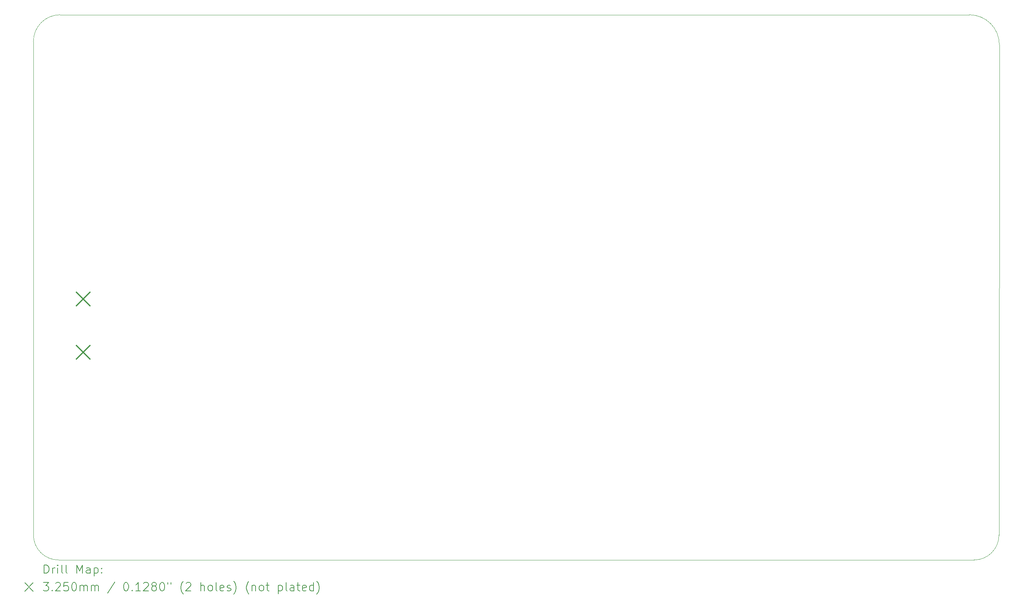
<source format=gbr>
%TF.GenerationSoftware,KiCad,Pcbnew,7.0.8*%
%TF.CreationDate,2023-11-09T10:37:01-05:00*%
%TF.ProjectId,mecc-pcb-kicad,6d656363-2d70-4636-922d-6b696361642e,v1*%
%TF.SameCoordinates,Original*%
%TF.FileFunction,Drillmap*%
%TF.FilePolarity,Positive*%
%FSLAX45Y45*%
G04 Gerber Fmt 4.5, Leading zero omitted, Abs format (unit mm)*
G04 Created by KiCad (PCBNEW 7.0.8) date 2023-11-09 10:37:01*
%MOMM*%
%LPD*%
G01*
G04 APERTURE LIST*
%ADD10C,0.100000*%
%ADD11C,0.200000*%
%ADD12C,0.325000*%
G04 APERTURE END LIST*
D10*
X29294864Y-8000000D02*
X7635000Y-8000000D01*
X29407113Y-20999997D02*
G75*
G03*
X29999996Y-20407112I-4J592887D01*
G01*
X29407113Y-21000000D02*
X7600000Y-21000000D01*
X7635000Y-8000000D02*
G75*
G03*
X7000000Y-8635000I0J-635000D01*
G01*
X7000000Y-20400000D02*
X7000000Y-8635000D01*
X7000000Y-20400000D02*
G75*
G03*
X7600000Y-21000000I600000J0D01*
G01*
X30009240Y-8714375D02*
G75*
G03*
X29294864Y-8000000I-714380J-5D01*
G01*
X30009239Y-8714375D02*
X29999996Y-20407112D01*
D11*
D12*
X8023500Y-14616500D02*
X8348500Y-14941500D01*
X8348500Y-14616500D02*
X8023500Y-14941500D01*
X8023500Y-15886500D02*
X8348500Y-16211500D01*
X8348500Y-15886500D02*
X8023500Y-16211500D01*
D11*
X7255777Y-21316484D02*
X7255777Y-21116484D01*
X7255777Y-21116484D02*
X7303396Y-21116484D01*
X7303396Y-21116484D02*
X7331967Y-21126008D01*
X7331967Y-21126008D02*
X7351015Y-21145055D01*
X7351015Y-21145055D02*
X7360539Y-21164103D01*
X7360539Y-21164103D02*
X7370062Y-21202198D01*
X7370062Y-21202198D02*
X7370062Y-21230770D01*
X7370062Y-21230770D02*
X7360539Y-21268865D01*
X7360539Y-21268865D02*
X7351015Y-21287912D01*
X7351015Y-21287912D02*
X7331967Y-21306960D01*
X7331967Y-21306960D02*
X7303396Y-21316484D01*
X7303396Y-21316484D02*
X7255777Y-21316484D01*
X7455777Y-21316484D02*
X7455777Y-21183150D01*
X7455777Y-21221246D02*
X7465301Y-21202198D01*
X7465301Y-21202198D02*
X7474824Y-21192674D01*
X7474824Y-21192674D02*
X7493872Y-21183150D01*
X7493872Y-21183150D02*
X7512920Y-21183150D01*
X7579586Y-21316484D02*
X7579586Y-21183150D01*
X7579586Y-21116484D02*
X7570062Y-21126008D01*
X7570062Y-21126008D02*
X7579586Y-21135531D01*
X7579586Y-21135531D02*
X7589110Y-21126008D01*
X7589110Y-21126008D02*
X7579586Y-21116484D01*
X7579586Y-21116484D02*
X7579586Y-21135531D01*
X7703396Y-21316484D02*
X7684348Y-21306960D01*
X7684348Y-21306960D02*
X7674824Y-21287912D01*
X7674824Y-21287912D02*
X7674824Y-21116484D01*
X7808158Y-21316484D02*
X7789110Y-21306960D01*
X7789110Y-21306960D02*
X7779586Y-21287912D01*
X7779586Y-21287912D02*
X7779586Y-21116484D01*
X8036729Y-21316484D02*
X8036729Y-21116484D01*
X8036729Y-21116484D02*
X8103396Y-21259341D01*
X8103396Y-21259341D02*
X8170062Y-21116484D01*
X8170062Y-21116484D02*
X8170062Y-21316484D01*
X8351015Y-21316484D02*
X8351015Y-21211722D01*
X8351015Y-21211722D02*
X8341491Y-21192674D01*
X8341491Y-21192674D02*
X8322443Y-21183150D01*
X8322443Y-21183150D02*
X8284348Y-21183150D01*
X8284348Y-21183150D02*
X8265301Y-21192674D01*
X8351015Y-21306960D02*
X8331967Y-21316484D01*
X8331967Y-21316484D02*
X8284348Y-21316484D01*
X8284348Y-21316484D02*
X8265301Y-21306960D01*
X8265301Y-21306960D02*
X8255777Y-21287912D01*
X8255777Y-21287912D02*
X8255777Y-21268865D01*
X8255777Y-21268865D02*
X8265301Y-21249817D01*
X8265301Y-21249817D02*
X8284348Y-21240293D01*
X8284348Y-21240293D02*
X8331967Y-21240293D01*
X8331967Y-21240293D02*
X8351015Y-21230770D01*
X8446253Y-21183150D02*
X8446253Y-21383150D01*
X8446253Y-21192674D02*
X8465301Y-21183150D01*
X8465301Y-21183150D02*
X8503396Y-21183150D01*
X8503396Y-21183150D02*
X8522444Y-21192674D01*
X8522444Y-21192674D02*
X8531967Y-21202198D01*
X8531967Y-21202198D02*
X8541491Y-21221246D01*
X8541491Y-21221246D02*
X8541491Y-21278389D01*
X8541491Y-21278389D02*
X8531967Y-21297436D01*
X8531967Y-21297436D02*
X8522444Y-21306960D01*
X8522444Y-21306960D02*
X8503396Y-21316484D01*
X8503396Y-21316484D02*
X8465301Y-21316484D01*
X8465301Y-21316484D02*
X8446253Y-21306960D01*
X8627205Y-21297436D02*
X8636729Y-21306960D01*
X8636729Y-21306960D02*
X8627205Y-21316484D01*
X8627205Y-21316484D02*
X8617682Y-21306960D01*
X8617682Y-21306960D02*
X8627205Y-21297436D01*
X8627205Y-21297436D02*
X8627205Y-21316484D01*
X8627205Y-21192674D02*
X8636729Y-21202198D01*
X8636729Y-21202198D02*
X8627205Y-21211722D01*
X8627205Y-21211722D02*
X8617682Y-21202198D01*
X8617682Y-21202198D02*
X8627205Y-21192674D01*
X8627205Y-21192674D02*
X8627205Y-21211722D01*
X6795000Y-21545000D02*
X6995000Y-21745000D01*
X6995000Y-21545000D02*
X6795000Y-21745000D01*
X7236729Y-21536484D02*
X7360539Y-21536484D01*
X7360539Y-21536484D02*
X7293872Y-21612674D01*
X7293872Y-21612674D02*
X7322443Y-21612674D01*
X7322443Y-21612674D02*
X7341491Y-21622198D01*
X7341491Y-21622198D02*
X7351015Y-21631722D01*
X7351015Y-21631722D02*
X7360539Y-21650770D01*
X7360539Y-21650770D02*
X7360539Y-21698389D01*
X7360539Y-21698389D02*
X7351015Y-21717436D01*
X7351015Y-21717436D02*
X7341491Y-21726960D01*
X7341491Y-21726960D02*
X7322443Y-21736484D01*
X7322443Y-21736484D02*
X7265301Y-21736484D01*
X7265301Y-21736484D02*
X7246253Y-21726960D01*
X7246253Y-21726960D02*
X7236729Y-21717436D01*
X7446253Y-21717436D02*
X7455777Y-21726960D01*
X7455777Y-21726960D02*
X7446253Y-21736484D01*
X7446253Y-21736484D02*
X7436729Y-21726960D01*
X7436729Y-21726960D02*
X7446253Y-21717436D01*
X7446253Y-21717436D02*
X7446253Y-21736484D01*
X7531967Y-21555531D02*
X7541491Y-21546008D01*
X7541491Y-21546008D02*
X7560539Y-21536484D01*
X7560539Y-21536484D02*
X7608158Y-21536484D01*
X7608158Y-21536484D02*
X7627205Y-21546008D01*
X7627205Y-21546008D02*
X7636729Y-21555531D01*
X7636729Y-21555531D02*
X7646253Y-21574579D01*
X7646253Y-21574579D02*
X7646253Y-21593627D01*
X7646253Y-21593627D02*
X7636729Y-21622198D01*
X7636729Y-21622198D02*
X7522443Y-21736484D01*
X7522443Y-21736484D02*
X7646253Y-21736484D01*
X7827205Y-21536484D02*
X7731967Y-21536484D01*
X7731967Y-21536484D02*
X7722443Y-21631722D01*
X7722443Y-21631722D02*
X7731967Y-21622198D01*
X7731967Y-21622198D02*
X7751015Y-21612674D01*
X7751015Y-21612674D02*
X7798634Y-21612674D01*
X7798634Y-21612674D02*
X7817682Y-21622198D01*
X7817682Y-21622198D02*
X7827205Y-21631722D01*
X7827205Y-21631722D02*
X7836729Y-21650770D01*
X7836729Y-21650770D02*
X7836729Y-21698389D01*
X7836729Y-21698389D02*
X7827205Y-21717436D01*
X7827205Y-21717436D02*
X7817682Y-21726960D01*
X7817682Y-21726960D02*
X7798634Y-21736484D01*
X7798634Y-21736484D02*
X7751015Y-21736484D01*
X7751015Y-21736484D02*
X7731967Y-21726960D01*
X7731967Y-21726960D02*
X7722443Y-21717436D01*
X7960539Y-21536484D02*
X7979586Y-21536484D01*
X7979586Y-21536484D02*
X7998634Y-21546008D01*
X7998634Y-21546008D02*
X8008158Y-21555531D01*
X8008158Y-21555531D02*
X8017682Y-21574579D01*
X8017682Y-21574579D02*
X8027205Y-21612674D01*
X8027205Y-21612674D02*
X8027205Y-21660293D01*
X8027205Y-21660293D02*
X8017682Y-21698389D01*
X8017682Y-21698389D02*
X8008158Y-21717436D01*
X8008158Y-21717436D02*
X7998634Y-21726960D01*
X7998634Y-21726960D02*
X7979586Y-21736484D01*
X7979586Y-21736484D02*
X7960539Y-21736484D01*
X7960539Y-21736484D02*
X7941491Y-21726960D01*
X7941491Y-21726960D02*
X7931967Y-21717436D01*
X7931967Y-21717436D02*
X7922443Y-21698389D01*
X7922443Y-21698389D02*
X7912920Y-21660293D01*
X7912920Y-21660293D02*
X7912920Y-21612674D01*
X7912920Y-21612674D02*
X7922443Y-21574579D01*
X7922443Y-21574579D02*
X7931967Y-21555531D01*
X7931967Y-21555531D02*
X7941491Y-21546008D01*
X7941491Y-21546008D02*
X7960539Y-21536484D01*
X8112920Y-21736484D02*
X8112920Y-21603150D01*
X8112920Y-21622198D02*
X8122443Y-21612674D01*
X8122443Y-21612674D02*
X8141491Y-21603150D01*
X8141491Y-21603150D02*
X8170063Y-21603150D01*
X8170063Y-21603150D02*
X8189110Y-21612674D01*
X8189110Y-21612674D02*
X8198634Y-21631722D01*
X8198634Y-21631722D02*
X8198634Y-21736484D01*
X8198634Y-21631722D02*
X8208158Y-21612674D01*
X8208158Y-21612674D02*
X8227205Y-21603150D01*
X8227205Y-21603150D02*
X8255777Y-21603150D01*
X8255777Y-21603150D02*
X8274824Y-21612674D01*
X8274824Y-21612674D02*
X8284348Y-21631722D01*
X8284348Y-21631722D02*
X8284348Y-21736484D01*
X8379586Y-21736484D02*
X8379586Y-21603150D01*
X8379586Y-21622198D02*
X8389110Y-21612674D01*
X8389110Y-21612674D02*
X8408158Y-21603150D01*
X8408158Y-21603150D02*
X8436729Y-21603150D01*
X8436729Y-21603150D02*
X8455777Y-21612674D01*
X8455777Y-21612674D02*
X8465301Y-21631722D01*
X8465301Y-21631722D02*
X8465301Y-21736484D01*
X8465301Y-21631722D02*
X8474825Y-21612674D01*
X8474825Y-21612674D02*
X8493872Y-21603150D01*
X8493872Y-21603150D02*
X8522444Y-21603150D01*
X8522444Y-21603150D02*
X8541491Y-21612674D01*
X8541491Y-21612674D02*
X8551015Y-21631722D01*
X8551015Y-21631722D02*
X8551015Y-21736484D01*
X8941491Y-21526960D02*
X8770063Y-21784103D01*
X9198634Y-21536484D02*
X9217682Y-21536484D01*
X9217682Y-21536484D02*
X9236729Y-21546008D01*
X9236729Y-21546008D02*
X9246253Y-21555531D01*
X9246253Y-21555531D02*
X9255777Y-21574579D01*
X9255777Y-21574579D02*
X9265301Y-21612674D01*
X9265301Y-21612674D02*
X9265301Y-21660293D01*
X9265301Y-21660293D02*
X9255777Y-21698389D01*
X9255777Y-21698389D02*
X9246253Y-21717436D01*
X9246253Y-21717436D02*
X9236729Y-21726960D01*
X9236729Y-21726960D02*
X9217682Y-21736484D01*
X9217682Y-21736484D02*
X9198634Y-21736484D01*
X9198634Y-21736484D02*
X9179587Y-21726960D01*
X9179587Y-21726960D02*
X9170063Y-21717436D01*
X9170063Y-21717436D02*
X9160539Y-21698389D01*
X9160539Y-21698389D02*
X9151015Y-21660293D01*
X9151015Y-21660293D02*
X9151015Y-21612674D01*
X9151015Y-21612674D02*
X9160539Y-21574579D01*
X9160539Y-21574579D02*
X9170063Y-21555531D01*
X9170063Y-21555531D02*
X9179587Y-21546008D01*
X9179587Y-21546008D02*
X9198634Y-21536484D01*
X9351015Y-21717436D02*
X9360539Y-21726960D01*
X9360539Y-21726960D02*
X9351015Y-21736484D01*
X9351015Y-21736484D02*
X9341491Y-21726960D01*
X9341491Y-21726960D02*
X9351015Y-21717436D01*
X9351015Y-21717436D02*
X9351015Y-21736484D01*
X9551015Y-21736484D02*
X9436729Y-21736484D01*
X9493872Y-21736484D02*
X9493872Y-21536484D01*
X9493872Y-21536484D02*
X9474825Y-21565055D01*
X9474825Y-21565055D02*
X9455777Y-21584103D01*
X9455777Y-21584103D02*
X9436729Y-21593627D01*
X9627206Y-21555531D02*
X9636729Y-21546008D01*
X9636729Y-21546008D02*
X9655777Y-21536484D01*
X9655777Y-21536484D02*
X9703396Y-21536484D01*
X9703396Y-21536484D02*
X9722444Y-21546008D01*
X9722444Y-21546008D02*
X9731968Y-21555531D01*
X9731968Y-21555531D02*
X9741491Y-21574579D01*
X9741491Y-21574579D02*
X9741491Y-21593627D01*
X9741491Y-21593627D02*
X9731968Y-21622198D01*
X9731968Y-21622198D02*
X9617682Y-21736484D01*
X9617682Y-21736484D02*
X9741491Y-21736484D01*
X9855777Y-21622198D02*
X9836729Y-21612674D01*
X9836729Y-21612674D02*
X9827206Y-21603150D01*
X9827206Y-21603150D02*
X9817682Y-21584103D01*
X9817682Y-21584103D02*
X9817682Y-21574579D01*
X9817682Y-21574579D02*
X9827206Y-21555531D01*
X9827206Y-21555531D02*
X9836729Y-21546008D01*
X9836729Y-21546008D02*
X9855777Y-21536484D01*
X9855777Y-21536484D02*
X9893872Y-21536484D01*
X9893872Y-21536484D02*
X9912920Y-21546008D01*
X9912920Y-21546008D02*
X9922444Y-21555531D01*
X9922444Y-21555531D02*
X9931968Y-21574579D01*
X9931968Y-21574579D02*
X9931968Y-21584103D01*
X9931968Y-21584103D02*
X9922444Y-21603150D01*
X9922444Y-21603150D02*
X9912920Y-21612674D01*
X9912920Y-21612674D02*
X9893872Y-21622198D01*
X9893872Y-21622198D02*
X9855777Y-21622198D01*
X9855777Y-21622198D02*
X9836729Y-21631722D01*
X9836729Y-21631722D02*
X9827206Y-21641246D01*
X9827206Y-21641246D02*
X9817682Y-21660293D01*
X9817682Y-21660293D02*
X9817682Y-21698389D01*
X9817682Y-21698389D02*
X9827206Y-21717436D01*
X9827206Y-21717436D02*
X9836729Y-21726960D01*
X9836729Y-21726960D02*
X9855777Y-21736484D01*
X9855777Y-21736484D02*
X9893872Y-21736484D01*
X9893872Y-21736484D02*
X9912920Y-21726960D01*
X9912920Y-21726960D02*
X9922444Y-21717436D01*
X9922444Y-21717436D02*
X9931968Y-21698389D01*
X9931968Y-21698389D02*
X9931968Y-21660293D01*
X9931968Y-21660293D02*
X9922444Y-21641246D01*
X9922444Y-21641246D02*
X9912920Y-21631722D01*
X9912920Y-21631722D02*
X9893872Y-21622198D01*
X10055777Y-21536484D02*
X10074825Y-21536484D01*
X10074825Y-21536484D02*
X10093872Y-21546008D01*
X10093872Y-21546008D02*
X10103396Y-21555531D01*
X10103396Y-21555531D02*
X10112920Y-21574579D01*
X10112920Y-21574579D02*
X10122444Y-21612674D01*
X10122444Y-21612674D02*
X10122444Y-21660293D01*
X10122444Y-21660293D02*
X10112920Y-21698389D01*
X10112920Y-21698389D02*
X10103396Y-21717436D01*
X10103396Y-21717436D02*
X10093872Y-21726960D01*
X10093872Y-21726960D02*
X10074825Y-21736484D01*
X10074825Y-21736484D02*
X10055777Y-21736484D01*
X10055777Y-21736484D02*
X10036729Y-21726960D01*
X10036729Y-21726960D02*
X10027206Y-21717436D01*
X10027206Y-21717436D02*
X10017682Y-21698389D01*
X10017682Y-21698389D02*
X10008158Y-21660293D01*
X10008158Y-21660293D02*
X10008158Y-21612674D01*
X10008158Y-21612674D02*
X10017682Y-21574579D01*
X10017682Y-21574579D02*
X10027206Y-21555531D01*
X10027206Y-21555531D02*
X10036729Y-21546008D01*
X10036729Y-21546008D02*
X10055777Y-21536484D01*
X10198634Y-21536484D02*
X10198634Y-21574579D01*
X10274825Y-21536484D02*
X10274825Y-21574579D01*
X10570063Y-21812674D02*
X10560539Y-21803150D01*
X10560539Y-21803150D02*
X10541491Y-21774579D01*
X10541491Y-21774579D02*
X10531968Y-21755531D01*
X10531968Y-21755531D02*
X10522444Y-21726960D01*
X10522444Y-21726960D02*
X10512920Y-21679341D01*
X10512920Y-21679341D02*
X10512920Y-21641246D01*
X10512920Y-21641246D02*
X10522444Y-21593627D01*
X10522444Y-21593627D02*
X10531968Y-21565055D01*
X10531968Y-21565055D02*
X10541491Y-21546008D01*
X10541491Y-21546008D02*
X10560539Y-21517436D01*
X10560539Y-21517436D02*
X10570063Y-21507912D01*
X10636730Y-21555531D02*
X10646253Y-21546008D01*
X10646253Y-21546008D02*
X10665301Y-21536484D01*
X10665301Y-21536484D02*
X10712920Y-21536484D01*
X10712920Y-21536484D02*
X10731968Y-21546008D01*
X10731968Y-21546008D02*
X10741491Y-21555531D01*
X10741491Y-21555531D02*
X10751015Y-21574579D01*
X10751015Y-21574579D02*
X10751015Y-21593627D01*
X10751015Y-21593627D02*
X10741491Y-21622198D01*
X10741491Y-21622198D02*
X10627206Y-21736484D01*
X10627206Y-21736484D02*
X10751015Y-21736484D01*
X10989111Y-21736484D02*
X10989111Y-21536484D01*
X11074825Y-21736484D02*
X11074825Y-21631722D01*
X11074825Y-21631722D02*
X11065301Y-21612674D01*
X11065301Y-21612674D02*
X11046253Y-21603150D01*
X11046253Y-21603150D02*
X11017682Y-21603150D01*
X11017682Y-21603150D02*
X10998634Y-21612674D01*
X10998634Y-21612674D02*
X10989111Y-21622198D01*
X11198634Y-21736484D02*
X11179587Y-21726960D01*
X11179587Y-21726960D02*
X11170063Y-21717436D01*
X11170063Y-21717436D02*
X11160539Y-21698389D01*
X11160539Y-21698389D02*
X11160539Y-21641246D01*
X11160539Y-21641246D02*
X11170063Y-21622198D01*
X11170063Y-21622198D02*
X11179587Y-21612674D01*
X11179587Y-21612674D02*
X11198634Y-21603150D01*
X11198634Y-21603150D02*
X11227206Y-21603150D01*
X11227206Y-21603150D02*
X11246253Y-21612674D01*
X11246253Y-21612674D02*
X11255777Y-21622198D01*
X11255777Y-21622198D02*
X11265301Y-21641246D01*
X11265301Y-21641246D02*
X11265301Y-21698389D01*
X11265301Y-21698389D02*
X11255777Y-21717436D01*
X11255777Y-21717436D02*
X11246253Y-21726960D01*
X11246253Y-21726960D02*
X11227206Y-21736484D01*
X11227206Y-21736484D02*
X11198634Y-21736484D01*
X11379587Y-21736484D02*
X11360539Y-21726960D01*
X11360539Y-21726960D02*
X11351015Y-21707912D01*
X11351015Y-21707912D02*
X11351015Y-21536484D01*
X11531968Y-21726960D02*
X11512920Y-21736484D01*
X11512920Y-21736484D02*
X11474825Y-21736484D01*
X11474825Y-21736484D02*
X11455777Y-21726960D01*
X11455777Y-21726960D02*
X11446253Y-21707912D01*
X11446253Y-21707912D02*
X11446253Y-21631722D01*
X11446253Y-21631722D02*
X11455777Y-21612674D01*
X11455777Y-21612674D02*
X11474825Y-21603150D01*
X11474825Y-21603150D02*
X11512920Y-21603150D01*
X11512920Y-21603150D02*
X11531968Y-21612674D01*
X11531968Y-21612674D02*
X11541491Y-21631722D01*
X11541491Y-21631722D02*
X11541491Y-21650770D01*
X11541491Y-21650770D02*
X11446253Y-21669817D01*
X11617682Y-21726960D02*
X11636730Y-21736484D01*
X11636730Y-21736484D02*
X11674825Y-21736484D01*
X11674825Y-21736484D02*
X11693872Y-21726960D01*
X11693872Y-21726960D02*
X11703396Y-21707912D01*
X11703396Y-21707912D02*
X11703396Y-21698389D01*
X11703396Y-21698389D02*
X11693872Y-21679341D01*
X11693872Y-21679341D02*
X11674825Y-21669817D01*
X11674825Y-21669817D02*
X11646253Y-21669817D01*
X11646253Y-21669817D02*
X11627206Y-21660293D01*
X11627206Y-21660293D02*
X11617682Y-21641246D01*
X11617682Y-21641246D02*
X11617682Y-21631722D01*
X11617682Y-21631722D02*
X11627206Y-21612674D01*
X11627206Y-21612674D02*
X11646253Y-21603150D01*
X11646253Y-21603150D02*
X11674825Y-21603150D01*
X11674825Y-21603150D02*
X11693872Y-21612674D01*
X11770063Y-21812674D02*
X11779587Y-21803150D01*
X11779587Y-21803150D02*
X11798634Y-21774579D01*
X11798634Y-21774579D02*
X11808158Y-21755531D01*
X11808158Y-21755531D02*
X11817682Y-21726960D01*
X11817682Y-21726960D02*
X11827206Y-21679341D01*
X11827206Y-21679341D02*
X11827206Y-21641246D01*
X11827206Y-21641246D02*
X11817682Y-21593627D01*
X11817682Y-21593627D02*
X11808158Y-21565055D01*
X11808158Y-21565055D02*
X11798634Y-21546008D01*
X11798634Y-21546008D02*
X11779587Y-21517436D01*
X11779587Y-21517436D02*
X11770063Y-21507912D01*
X12131968Y-21812674D02*
X12122444Y-21803150D01*
X12122444Y-21803150D02*
X12103396Y-21774579D01*
X12103396Y-21774579D02*
X12093872Y-21755531D01*
X12093872Y-21755531D02*
X12084349Y-21726960D01*
X12084349Y-21726960D02*
X12074825Y-21679341D01*
X12074825Y-21679341D02*
X12074825Y-21641246D01*
X12074825Y-21641246D02*
X12084349Y-21593627D01*
X12084349Y-21593627D02*
X12093872Y-21565055D01*
X12093872Y-21565055D02*
X12103396Y-21546008D01*
X12103396Y-21546008D02*
X12122444Y-21517436D01*
X12122444Y-21517436D02*
X12131968Y-21507912D01*
X12208158Y-21603150D02*
X12208158Y-21736484D01*
X12208158Y-21622198D02*
X12217682Y-21612674D01*
X12217682Y-21612674D02*
X12236730Y-21603150D01*
X12236730Y-21603150D02*
X12265301Y-21603150D01*
X12265301Y-21603150D02*
X12284349Y-21612674D01*
X12284349Y-21612674D02*
X12293872Y-21631722D01*
X12293872Y-21631722D02*
X12293872Y-21736484D01*
X12417682Y-21736484D02*
X12398634Y-21726960D01*
X12398634Y-21726960D02*
X12389111Y-21717436D01*
X12389111Y-21717436D02*
X12379587Y-21698389D01*
X12379587Y-21698389D02*
X12379587Y-21641246D01*
X12379587Y-21641246D02*
X12389111Y-21622198D01*
X12389111Y-21622198D02*
X12398634Y-21612674D01*
X12398634Y-21612674D02*
X12417682Y-21603150D01*
X12417682Y-21603150D02*
X12446253Y-21603150D01*
X12446253Y-21603150D02*
X12465301Y-21612674D01*
X12465301Y-21612674D02*
X12474825Y-21622198D01*
X12474825Y-21622198D02*
X12484349Y-21641246D01*
X12484349Y-21641246D02*
X12484349Y-21698389D01*
X12484349Y-21698389D02*
X12474825Y-21717436D01*
X12474825Y-21717436D02*
X12465301Y-21726960D01*
X12465301Y-21726960D02*
X12446253Y-21736484D01*
X12446253Y-21736484D02*
X12417682Y-21736484D01*
X12541492Y-21603150D02*
X12617682Y-21603150D01*
X12570063Y-21536484D02*
X12570063Y-21707912D01*
X12570063Y-21707912D02*
X12579587Y-21726960D01*
X12579587Y-21726960D02*
X12598634Y-21736484D01*
X12598634Y-21736484D02*
X12617682Y-21736484D01*
X12836730Y-21603150D02*
X12836730Y-21803150D01*
X12836730Y-21612674D02*
X12855777Y-21603150D01*
X12855777Y-21603150D02*
X12893873Y-21603150D01*
X12893873Y-21603150D02*
X12912920Y-21612674D01*
X12912920Y-21612674D02*
X12922444Y-21622198D01*
X12922444Y-21622198D02*
X12931968Y-21641246D01*
X12931968Y-21641246D02*
X12931968Y-21698389D01*
X12931968Y-21698389D02*
X12922444Y-21717436D01*
X12922444Y-21717436D02*
X12912920Y-21726960D01*
X12912920Y-21726960D02*
X12893873Y-21736484D01*
X12893873Y-21736484D02*
X12855777Y-21736484D01*
X12855777Y-21736484D02*
X12836730Y-21726960D01*
X13046253Y-21736484D02*
X13027206Y-21726960D01*
X13027206Y-21726960D02*
X13017682Y-21707912D01*
X13017682Y-21707912D02*
X13017682Y-21536484D01*
X13208158Y-21736484D02*
X13208158Y-21631722D01*
X13208158Y-21631722D02*
X13198634Y-21612674D01*
X13198634Y-21612674D02*
X13179587Y-21603150D01*
X13179587Y-21603150D02*
X13141492Y-21603150D01*
X13141492Y-21603150D02*
X13122444Y-21612674D01*
X13208158Y-21726960D02*
X13189111Y-21736484D01*
X13189111Y-21736484D02*
X13141492Y-21736484D01*
X13141492Y-21736484D02*
X13122444Y-21726960D01*
X13122444Y-21726960D02*
X13112920Y-21707912D01*
X13112920Y-21707912D02*
X13112920Y-21688865D01*
X13112920Y-21688865D02*
X13122444Y-21669817D01*
X13122444Y-21669817D02*
X13141492Y-21660293D01*
X13141492Y-21660293D02*
X13189111Y-21660293D01*
X13189111Y-21660293D02*
X13208158Y-21650770D01*
X13274825Y-21603150D02*
X13351015Y-21603150D01*
X13303396Y-21536484D02*
X13303396Y-21707912D01*
X13303396Y-21707912D02*
X13312920Y-21726960D01*
X13312920Y-21726960D02*
X13331968Y-21736484D01*
X13331968Y-21736484D02*
X13351015Y-21736484D01*
X13493873Y-21726960D02*
X13474825Y-21736484D01*
X13474825Y-21736484D02*
X13436730Y-21736484D01*
X13436730Y-21736484D02*
X13417682Y-21726960D01*
X13417682Y-21726960D02*
X13408158Y-21707912D01*
X13408158Y-21707912D02*
X13408158Y-21631722D01*
X13408158Y-21631722D02*
X13417682Y-21612674D01*
X13417682Y-21612674D02*
X13436730Y-21603150D01*
X13436730Y-21603150D02*
X13474825Y-21603150D01*
X13474825Y-21603150D02*
X13493873Y-21612674D01*
X13493873Y-21612674D02*
X13503396Y-21631722D01*
X13503396Y-21631722D02*
X13503396Y-21650770D01*
X13503396Y-21650770D02*
X13408158Y-21669817D01*
X13674825Y-21736484D02*
X13674825Y-21536484D01*
X13674825Y-21726960D02*
X13655777Y-21736484D01*
X13655777Y-21736484D02*
X13617682Y-21736484D01*
X13617682Y-21736484D02*
X13598634Y-21726960D01*
X13598634Y-21726960D02*
X13589111Y-21717436D01*
X13589111Y-21717436D02*
X13579587Y-21698389D01*
X13579587Y-21698389D02*
X13579587Y-21641246D01*
X13579587Y-21641246D02*
X13589111Y-21622198D01*
X13589111Y-21622198D02*
X13598634Y-21612674D01*
X13598634Y-21612674D02*
X13617682Y-21603150D01*
X13617682Y-21603150D02*
X13655777Y-21603150D01*
X13655777Y-21603150D02*
X13674825Y-21612674D01*
X13751015Y-21812674D02*
X13760539Y-21803150D01*
X13760539Y-21803150D02*
X13779587Y-21774579D01*
X13779587Y-21774579D02*
X13789111Y-21755531D01*
X13789111Y-21755531D02*
X13798634Y-21726960D01*
X13798634Y-21726960D02*
X13808158Y-21679341D01*
X13808158Y-21679341D02*
X13808158Y-21641246D01*
X13808158Y-21641246D02*
X13798634Y-21593627D01*
X13798634Y-21593627D02*
X13789111Y-21565055D01*
X13789111Y-21565055D02*
X13779587Y-21546008D01*
X13779587Y-21546008D02*
X13760539Y-21517436D01*
X13760539Y-21517436D02*
X13751015Y-21507912D01*
M02*

</source>
